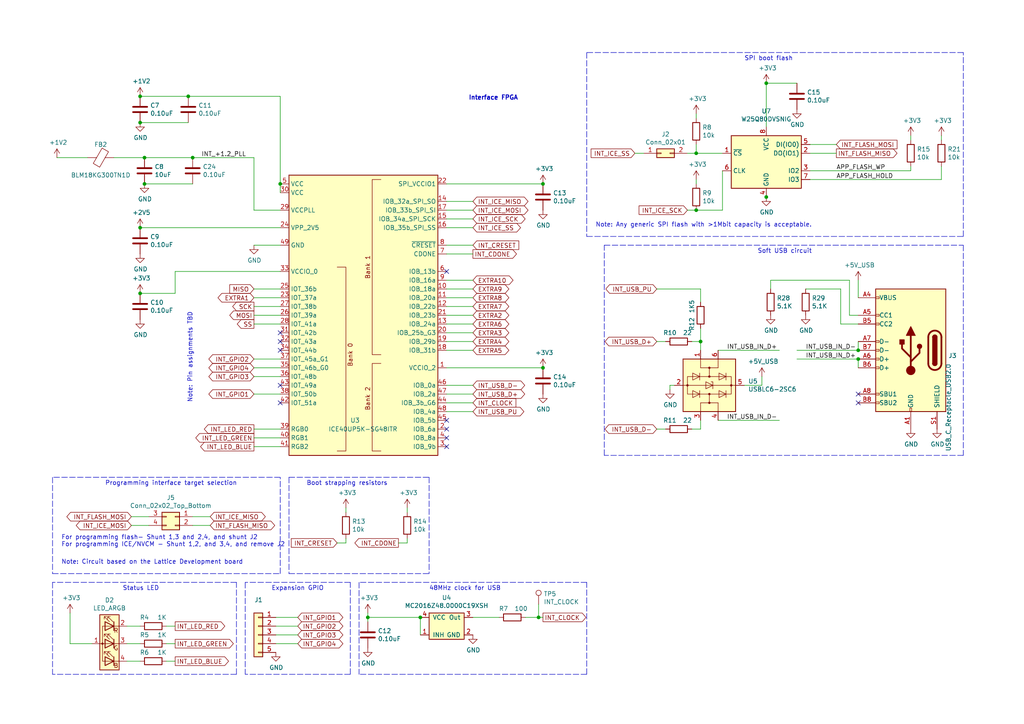
<source format=kicad_sch>
(kicad_sch (version 20211123) (generator eeschema)
  (paper "A4")
  (title_block (title "Interface FPGA") (date "2021-09-29") (rev "1") (company "Tillitis AB") (comment 1 "2022") (comment 2 "https://github.com/tillitis/tillitis-key1"))
  (lib_symbols
    (symbol "Connector:TestPoint" (pin_numbers hide) (pin_names (offset 0.762) hide)
      (property "Reference" "TP" (at 0 6.858 0))
      (property "Value" "TestPoint" (at 0 5.08 0))
      (symbol "TestPoint_1_1"
        (pin passive line (at 0 0 90) (length 2.54) (name "1") (number "1"))
      )
    )
    (symbol "Connector:USB_C_Receptacle_USB2.0" (pin_names (offset 1.016))
      (property "Reference" "J" (at -10.16 19.05 0))
      (property "Value" "USB_C_Receptacle_USB2.0" (at 19.05 19.05 0))
      (symbol "USB_C_Receptacle_USB2.0_1_1"
        (pin passive line (at 0 -22.86 90) (length 5.08) (name "GND") (number "A1"))
        (pin passive line (at 0 -22.86 90) (length 5.08) hide (name "GND") (number "A12"))
        (pin passive line (at 15.24 15.24 180) (length 5.08) (name "VBUS") (number "A4"))
        (pin bidirectional line (at 15.24 10.16 180) (length 5.08) (name "CC1") (number "A5"))
        (pin bidirectional line (at 15.24 -2.54 180) (length 5.08) (name "D+") (number "A6"))
        (pin bidirectional line (at 15.24 2.54 180) (length 5.08) (name "D-") (number "A7"))
        (pin bidirectional line (at 15.24 -12.7 180) (length 5.08) (name "SBU1") (number "A8"))
        (pin passive line (at 15.24 15.24 180) (length 5.08) hide (name "VBUS") (number "A9"))
        (pin passive line (at 0 -22.86 90) (length 5.08) hide (name "GND") (number "B1"))
        (pin passive line (at 0 -22.86 90) (length 5.08) hide (name "GND") (number "B12"))
        (pin passive line (at 15.24 15.24 180) (length 5.08) hide (name "VBUS") (number "B4"))
        (pin bidirectional line (at 15.24 7.62 180) (length 5.08) (name "CC2") (number "B5"))
        (pin bidirectional line (at 15.24 -5.08 180) (length 5.08) (name "D+") (number "B6"))
        (pin bidirectional line (at 15.24 0 180) (length 5.08) (name "D-") (number "B7"))
        (pin bidirectional line (at 15.24 -15.24 180) (length 5.08) (name "SBU2") (number "B8"))
        (pin passive line (at 15.24 15.24 180) (length 5.08) hide (name "VBUS") (number "B9"))
        (pin passive line (at -7.62 -22.86 90) (length 5.08) (name "SHIELD") (number "S1"))
      )
    )
    (symbol "Connector_Generic:Conn_01x05" (pin_names (offset 1.016) hide)
      (property "Reference" "J" (at 0 7.62 0))
      (property "Value" "Conn_01x05" (at 0 -7.62 0))
      (symbol "Conn_01x05_1_1"
        (pin passive line (at -5.08 5.08 0) (length 3.81) (name "Pin_1") (number "1"))
        (pin passive line (at -5.08 2.54 0) (length 3.81) (name "Pin_2") (number "2"))
        (pin passive line (at -5.08 0 0) (length 3.81) (name "Pin_3") (number "3"))
        (pin passive line (at -5.08 -2.54 0) (length 3.81) (name "Pin_4") (number "4"))
        (pin passive line (at -5.08 -5.08 0) (length 3.81) (name "Pin_5") (number "5"))
      )
    )
    (symbol "Connector_Generic:Conn_02x01" (pin_names (offset 1.016) hide)
      (property "Reference" "J" (at 1.27 2.54 0))
      (property "Value" "Conn_02x01" (at 1.27 -2.54 0))
      (symbol "Conn_02x01_1_1"
        (pin passive line (at -5.08 0 0) (length 3.81) (name "Pin_1") (number "1"))
        (pin passive line (at 7.62 0 180) (length 3.81) (name "Pin_2") (number "2"))
      )
    )
    (symbol "Connector_Generic:Conn_02x02_Top_Bottom" (pin_names (offset 1.016) hide)
      (property "Reference" "J" (at 1.27 2.54 0))
      (property "Value" "Conn_02x02_Top_Bottom" (at 1.27 -5.08 0))
      (symbol "Conn_02x02_Top_Bottom_1_1"
        (pin passive line (at -5.08 0 0) (length 3.81) (name "Pin_1") (number "1"))
        (pin passive line (at -5.08 -2.54 0) (length 3.81) (name "Pin_2") (number "2"))
        (pin passive line (at 7.62 0 180) (length 3.81) (name "Pin_3") (number "3"))
        (pin passive line (at 7.62 -2.54 180) (length 3.81) (name "Pin_4") (number "4"))
      )
    )
    (symbol "Device:C" (pin_numbers hide) (pin_names (offset 0.254))
      (property "Reference" "C" (at 0.635 2.54 0))
      (property "Value" "C" (at 0.635 -2.54 0))
      (symbol "C_1_1"
        (pin passive line (at 0 3.81 270) (length 2.794) (name "~") (number "1"))
        (pin passive line (at 0 -3.81 90) (length 2.794) (name "~") (number "2"))
      )
    )
    (symbol "Device:R" (pin_numbers hide) (pin_names (offset 0))
      (property "Reference" "R" (at 2.032 0 90))
      (property "Value" "R" (at 0 0 90))
      (symbol "R_1_1"
        (pin passive line (at 0 3.81 270) (length 1.27) (name "~") (number "1"))
        (pin passive line (at 0 -3.81 90) (length 1.27) (name "~") (number "2"))
      )
    )
    (symbol "Power_Protection:USBLC6-2SC6" (pin_names hide)
      (property "Reference" "U" (at 2.54 8.89 0))
      (property "Value" "USBLC6-2SC6" (at 2.54 -8.89 0))
      (symbol "USBLC6-2SC6_1_1"
        (pin passive line (at -10.16 -2.54 0) (length 2.54) (name "I/O1") (number "1"))
        (pin passive line (at 0 -10.16 90) (length 2.54) (name "GND") (number "2"))
        (pin passive line (at 10.16 -2.54 180) (length 2.54) (name "I/O2") (number "3"))
        (pin passive line (at 10.16 2.54 180) (length 2.54) (name "I/O2") (number "4"))
        (pin passive line (at 0 10.16 270) (length 2.54) (name "VBUS") (number "5"))
        (pin passive line (at -10.16 2.54 0) (length 2.54) (name "I/O1") (number "6"))
      )
    )
    (symbol "mta1:+5V_USB" (power) (pin_names (offset 0))
      (property "Value" "+5V_USB" (at 0 3.556 0))
      (symbol "+5V_USB_1_1"
        (pin power_in line (at 0 0 90) (length 0) hide (name "+5V_USB") (number "1"))
      )
    )
    (symbol "mta1:FC-B1010RGBT-HG" (pin_names (offset 0) hide)
      (property "Reference" "D" (at 0 9.398 0))
      (property "Value" "FC-B1010RGBT-HG" (at 0 -8.89 0))
      (symbol "FC-B1010RGBT-HG_0_0"
        (text "B" (at -1.905 -6.35 0) (effects (font (size 1.27 1.27))))
        (text "G" (at -1.905 -1.27 0) (effects (font (size 1.27 1.27))))
        (text "R" (at -1.905 3.81 0) (effects (font (size 1.27 1.27))))
      )
      (symbol "FC-B1010RGBT-HG_1_1"
        (pin passive line (at 5.08 0 180) (length 2.54) (name "A") (number "1"))
        (pin passive line (at -5.08 5.08 0) (length 2.54) (name "RK") (number "2"))
        (pin passive line (at -5.08 0 0) (length 2.54) (name "GK") (number "3"))
        (pin passive line (at -5.08 -5.08 0) (length 2.54) (name "BK") (number "4"))
      )
    )
    (symbol "mta1:Ferrite_Bead-Device" (pin_numbers hide) (pin_names (offset 0))
      (property "Reference" "FB" (at -3.81 0.635 90))
      (property "Value" "Ferrite_Bead-Device" (at 3.81 0 90))
      (symbol "Ferrite_Bead-Device_1_1"
        (pin passive line (at 0 3.81 270) (length 2.54) (name "~") (number "1"))
        (pin passive line (at 0 -3.81 90) (length 2.54) (name "~") (number "2"))
      )
    )
    (symbol "mta1:ICE40UP5K-SG48ITR"
      (property "Reference" "U" (at -24.13 -44.45 0))
      (property "Value" "ICE40UP5K-SG48ITR" (at -15.24 -46.99 0))
      (symbol "ICE40UP5K-SG48ITR_0_0"
        (text "Bank 0" (at -2.54 -11.43 900) (effects (font (size 1.27 1.27))))
        (text "Bank 1" (at 2.54 13.97 900) (effects (font (size 1.27 1.27))))
        (text "Bank 2" (at 2.54 -24.13 900) (effects (font (size 1.27 1.27))))
      )
      (symbol "ICE40UP5K-SG48ITR_1_1"
        (pin power_in line (at 25.4 -15.24 180) (length 2.54) (name "VCCIO_2") (number "1"))
        (pin bidirectional line (at 25.4 7.62 180) (length 2.54) (name "IOB_18a") (number "10"))
        (pin bidirectional line (at 25.4 5.08 180) (length 2.54) (name "IOB_20a") (number "11"))
        (pin bidirectional line (at 25.4 2.54 180) (length 2.54) (name "IOB_22b") (number "12"))
        (pin bidirectional line (at 25.4 -2.54 180) (length 2.54) (name "IOB_24a") (number "13"))
        (pin bidirectional line (at 25.4 33.02 180) (length 2.54) (name "IOB_32a_SPI_SO") (number "14"))
        (pin bidirectional line (at 25.4 27.94 180) (length 2.54) (name "IOB_34a_SPI_SCK") (number "15"))
        (pin bidirectional line (at 25.4 25.4 180) (length 2.54) (name "IOB_35b_SPI_SS") (number "16"))
        (pin bidirectional line (at 25.4 30.48 180) (length 2.54) (name "IOB_33b_SPI_SI") (number "17"))
        (pin bidirectional line (at 25.4 -10.16 180) (length 2.54) (name "IOB_31b") (number "18"))
        (pin bidirectional line (at 25.4 -7.62 180) (length 2.54) (name "IOB_29b") (number "19"))
        (pin bidirectional line (at 25.4 -33.02 180) (length 2.54) (name "IOB_6a") (number "2"))
        (pin bidirectional line (at 25.4 -5.08 180) (length 2.54) (name "IOB_25b_G3") (number "20"))
        (pin bidirectional line (at 25.4 0 180) (length 2.54) (name "IOB_23b") (number "21"))
        (pin power_in line (at 25.4 38.1 180) (length 2.54) (name "SPI_VCCIO1") (number "22"))
        (pin bidirectional line (at -22.86 5.08 0) (length 2.54) (name "IOT_37a") (number "23"))
        (pin power_in line (at -22.86 25.4 0) (length 2.54) (name "VPP_2V5") (number "24"))
        (pin bidirectional line (at -22.86 7.62 0) (length 2.54) (name "IOT_36b") (number "25"))
        (pin bidirectional line (at -22.86 0 0) (length 2.54) (name "IOT_39a") (number "26"))
        (pin bidirectional line (at -22.86 2.54 0) (length 2.54) (name "IOT_38b") (number "27"))
        (pin bidirectional line (at -22.86 -2.54 0) (length 2.54) (name "IOT_41a") (number "28"))
        (pin power_in line (at -22.86 30.48 0) (length 2.54) (name "VCCPLL") (number "29"))
        (pin bidirectional line (at 25.4 -38.1 180) (length 2.54) (name "IOB_9b") (number "3"))
        (pin power_in line (at -22.86 35.56 0) (length 2.54) (name "VCC") (number "30"))
        (pin bidirectional line (at -22.86 -5.08 0) (length 2.54) (name "IOT_42b") (number "31"))
        (pin bidirectional line (at -22.86 -7.62 0) (length 2.54) (name "IOT_43a") (number "32"))
        (pin power_in line (at -22.86 12.7 0) (length 2.54) (name "VCCIO_0") (number "33"))
        (pin bidirectional line (at -22.86 -10.16 0) (length 2.54) (name "IOT_44b") (number "34"))
        (pin bidirectional line (at -22.86 -15.24 0) (length 2.54) (name "IOT_46b_G0") (number "35"))
        (pin bidirectional line (at -22.86 -17.78 0) (length 2.54) (name "IOT_48b") (number "36"))
        (pin bidirectional line (at -22.86 -12.7 0) (length 2.54) (name "IOT_45a_G1") (number "37"))
        (pin bidirectional line (at -22.86 -22.86 0) (length 2.54) (name "IOT_50b") (number "38"))
        (pin open_collector line (at -22.86 -33.02 0) (length 2.54) (name "RGB0") (number "39"))
        (pin bidirectional line (at 25.4 -35.56 180) (length 2.54) (name "IOB_8a") (number "4"))
        (pin open_collector line (at -22.86 -35.56 0) (length 2.54) (name "RGB1") (number "40"))
        (pin open_collector line (at -22.86 -38.1 0) (length 2.54) (name "RGB2") (number "41"))
        (pin bidirectional line (at -22.86 -25.4 0) (length 2.54) (name "IOT_51a") (number "42"))
        (pin bidirectional line (at -22.86 -20.32 0) (length 2.54) (name "IOT_49a") (number "43"))
        (pin bidirectional line (at 25.4 -25.4 180) (length 2.54) (name "IOB_3b_G6") (number "44"))
        (pin bidirectional line (at 25.4 -30.48 180) (length 2.54) (name "IOB_5b") (number "45"))
        (pin bidirectional line (at 25.4 -20.32 180) (length 2.54) (name "IOB_0a") (number "46"))
        (pin bidirectional line (at 25.4 -22.86 180) (length 2.54) (name "IOB_2a") (number "47"))
        (pin bidirectional line (at 25.4 -27.94 180) (length 2.54) (name "IOB_4a") (number "48"))
        (pin power_in line (at -22.86 20.32 0) (length 2.54) (name "GND") (number "49"))
        (pin power_in line (at -22.86 38.1 0) (length 2.54) (name "VCC") (number "5"))
        (pin bidirectional line (at 25.4 12.7 180) (length 2.54) (name "IOB_13b") (number "6"))
        (pin open_collector line (at 25.4 17.78 180) (length 2.54) (name "CDONE") (number "7"))
        (pin input line (at 25.4 20.32 180) (length 2.54) (name "~{CRESET}") (number "8"))
        (pin bidirectional line (at 25.4 10.16 180) (length 2.54) (name "IOB_16a") (number "9"))
      )
    )
    (symbol "mta1:MC2016Z48.0000C19XSH" (pin_names (offset 1.016))
      (property "Reference" "U" (at -3.81 5.08 0))
      (property "Value" "MC2016Z48.0000C19XSH" (at 0 -6.35 0))
      (symbol "MC2016Z48.0000C19XSH_1_1"
        (pin input line (at -7.62 -2.54 0) (length 2.54) (name "INH") (number "1"))
        (pin power_in line (at 7.62 -2.54 180) (length 2.54) (name "GND") (number "2"))
        (pin output line (at 7.62 2.54 180) (length 2.54) (name "Out") (number "3"))
        (pin power_in line (at -7.62 2.54 0) (length 2.54) (name "VCC") (number "4"))
      )
    )
    (symbol "mta1:W25Q80DVSNIG"
      (property "Reference" "U" (at -8.89 8.89 0))
      (property "Value" "W25Q80DVSNIG" (at 7.62 8.89 0))
      (symbol "W25Q80DVSNIG_1_1"
        (pin input line (at -12.7 2.54 0) (length 2.54) (name "~{CS}") (number "1"))
        (pin bidirectional line (at 12.7 2.54 180) (length 2.54) (name "DO(IO1)") (number "2"))
        (pin bidirectional line (at 12.7 -2.54 180) (length 2.54) (name "IO2") (number "3"))
        (pin power_in line (at 0 -10.16 90) (length 2.54) (name "GND") (number "4"))
        (pin bidirectional line (at 12.7 5.08 180) (length 2.54) (name "DI(IO0)") (number "5"))
        (pin input line (at -12.7 -2.54 0) (length 2.54) (name "CLK") (number "6"))
        (pin bidirectional line (at 12.7 -5.08 180) (length 2.54) (name "IO3") (number "7"))
        (pin power_in line (at 0 10.16 270) (length 2.54) (name "VCC") (number "8"))
      )
    )
    (symbol "power:+1V2" (power) (pin_names (offset 0))
      (property "Value" "+1V2" (at 0 3.556 0))
      (symbol "+1V2_1_1"
        (pin power_in line (at 0 0 90) (length 0) hide (name "+1V2") (number "1"))
      )
    )
    (symbol "power:+2V5" (power) (pin_names (offset 0))
      (property "Value" "+2V5" (at 0 3.556 0))
      (symbol "+2V5_1_1"
        (pin power_in line (at 0 0 90) (length 0) hide (name "+2V5") (number "1"))
      )
    )
    (symbol "power:+3.3V" (power) (pin_names (offset 0))
      (property "Value" "+3.3V" (at 0 3.556 0))
      (symbol "+3.3V_1_1"
        (pin power_in line (at 0 0 90) (length 0) hide (name "+3V3") (number "1"))
      )
    )
    (symbol "power:GND" (power) (pin_names (offset 0))
      (property "Value" "GND" (at 0 -3.81 0))
      (symbol "GND_1_1"
        (pin power_in line (at 0 0 270) (length 0) hide (name "GND") (number "1"))
      )
    )
  )
  (junction (at 248.92 101.6))
  (junction (at 40.64 35.56))
  (junction (at 121.92 179.07))
  (junction (at 40.64 27.94))
  (junction (at 41.91 53.34))
  (junction (at 201.93 44.45))
  (junction (at 222.25 24.13))
  (junction (at 157.48 53.34))
  (junction (at 222.25 57.15))
  (junction (at 201.93 60.96))
  (junction (at 81.28 53.34))
  (junction (at 40.64 66.04))
  (junction (at 157.48 106.68))
  (junction (at 40.64 85.09))
  (junction (at 54.61 27.94))
  (junction (at 248.92 104.14))
  (junction (at 156.21 179.07))
  (junction (at 55.88 45.72))
  (junction (at 41.91 45.72))
  (junction (at 106.68 179.07))
  (junction (at 203.2 99.06))
  (no_connect (at 129.54 124.46))
  (no_connect (at 129.54 127))
  (no_connect (at 129.54 121.92))
  (no_connect (at 129.54 129.54))
  (no_connect (at 81.28 116.84))
  (no_connect (at 248.92 114.3))
  (no_connect (at 81.28 99.06))
  (no_connect (at 81.28 96.52))
  (no_connect (at 248.92 116.84))
  (no_connect (at 129.54 78.74))
  (no_connect (at 81.28 101.6))
  (no_connect (at 81.28 111.76))
  (wire (pts (xy 220.98 109.22) (xy 220.98 111.76)))
  (wire (pts (xy 264.16 39.37) (xy 264.16 40.64)))
  (polyline (pts (xy 68.58 195.58) (xy 68.58 168.91)))
  (polyline (pts (xy 101.6 195.58) (xy 101.6 168.91)))
  (wire (pts (xy 73.66 106.68) (xy 81.28 106.68)))
  (wire (pts (xy 81.28 55.88) (xy 81.28 53.34)))
  (wire (pts (xy 193.04 99.06) (xy 190.5 99.06)))
  (polyline (pts (xy 279.4 71.12) (xy 279.4 132.08)))
  (wire (pts (xy 106.68 180.34) (xy 106.68 179.07)))
  (polyline (pts (xy 68.58 168.91) (xy 15.24 168.91)))
  (wire (pts (xy 55.88 45.72) (xy 41.91 45.72)))
  (wire (pts (xy 73.66 114.3) (xy 81.28 114.3)))
  (wire (pts (xy 137.16 63.5) (xy 129.54 63.5)))
  (wire (pts (xy 242.57 41.91) (xy 234.95 41.91)))
  (wire (pts (xy 129.54 60.96) (xy 137.16 60.96)))
  (wire (pts (xy 273.05 48.26) (xy 273.05 52.07)))
  (wire (pts (xy 157.48 53.34) (xy 129.54 53.34)))
  (wire (pts (xy 80.01 184.15) (xy 86.36 184.15)))
  (wire (pts (xy 156.21 179.07) (xy 157.48 179.07)))
  (wire (pts (xy 48.26 191.77) (xy 50.8 191.77)))
  (wire (pts (xy 231.14 24.13) (xy 222.25 24.13)))
  (wire (pts (xy 129.54 111.76) (xy 137.16 111.76)))
  (wire (pts (xy 248.92 99.06) (xy 248.92 101.6)))
  (polyline (pts (xy 15.24 166.37) (xy 81.28 166.37)))
  (wire (pts (xy 73.66 129.54) (xy 81.28 129.54)))
  (wire (pts (xy 36.83 191.77) (xy 40.64 191.77)))
  (wire (pts (xy 73.66 109.22) (xy 81.28 109.22)))
  (wire (pts (xy 129.54 96.52) (xy 137.16 96.52)))
  (wire (pts (xy 121.92 179.07) (xy 106.68 179.07)))
  (polyline (pts (xy 15.24 168.91) (xy 15.24 195.58)))
  (wire (pts (xy 73.66 45.72) (xy 55.88 45.72)))
  (polyline (pts (xy 83.82 138.43) (xy 83.82 166.37)))
  (polyline (pts (xy 83.82 166.37) (xy 124.46 166.37)))
  (wire (pts (xy 195.58 111.76) (xy 194.31 111.76)))
  (wire (pts (xy 73.66 104.14) (xy 81.28 104.14)))
  (polyline (pts (xy 175.26 71.12) (xy 279.4 71.12)))
  (wire (pts (xy 209.55 44.45) (xy 201.93 44.45)))
  (polyline (pts (xy 279.4 132.08) (xy 175.26 132.08)))
  (wire (pts (xy 203.2 95.25) (xy 203.2 99.06)))
  (wire (pts (xy 203.2 124.46) (xy 200.66 124.46)))
  (polyline (pts (xy 279.4 68.58) (xy 279.4 15.24)))
  (polyline (pts (xy 71.12 168.91) (xy 71.12 195.58)))
  (wire (pts (xy 54.61 27.94) (xy 40.64 27.94)))
  (polyline (pts (xy 170.18 195.58) (xy 170.18 168.91)))
  (wire (pts (xy 243.84 93.98) (xy 248.92 93.98)))
  (wire (pts (xy 190.5 83.82) (xy 203.2 83.82)))
  (wire (pts (xy 152.4 179.07) (xy 156.21 179.07)))
  (wire (pts (xy 190.5 124.46) (xy 193.04 124.46)))
  (wire (pts (xy 129.54 93.98) (xy 137.16 93.98)))
  (wire (pts (xy 129.54 99.06) (xy 137.16 99.06)))
  (polyline (pts (xy 101.6 168.91) (xy 71.12 168.91)))
  (wire (pts (xy 264.16 49.53) (xy 234.95 49.53)))
  (wire (pts (xy 100.33 156.21) (xy 100.33 157.48)))
  (wire (pts (xy 118.11 147.32) (xy 118.11 148.59)))
  (wire (pts (xy 43.18 149.86) (xy 38.1 149.86)))
  (wire (pts (xy 81.28 27.94) (xy 81.28 53.34)))
  (wire (pts (xy 129.54 83.82) (xy 137.16 83.82)))
  (wire (pts (xy 73.66 45.72) (xy 73.66 60.96)))
  (polyline (pts (xy 170.18 168.91) (xy 104.14 168.91)))
  (wire (pts (xy 200.66 99.06) (xy 203.2 99.06)))
  (wire (pts (xy 36.83 181.61) (xy 40.64 181.61)))
  (wire (pts (xy 222.25 54.61) (xy 222.25 57.15)))
  (wire (pts (xy 73.66 83.82) (xy 81.28 83.82)))
  (wire (pts (xy 106.68 179.07) (xy 106.68 177.8)))
  (wire (pts (xy 248.92 86.36) (xy 248.92 81.28)))
  (wire (pts (xy 48.26 181.61) (xy 50.8 181.61)))
  (wire (pts (xy 186.69 44.45) (xy 184.15 44.45)))
  (wire (pts (xy 223.52 81.28) (xy 223.52 83.82)))
  (wire (pts (xy 129.54 116.84) (xy 137.16 116.84)))
  (wire (pts (xy 73.66 93.98) (xy 81.28 93.98)))
  (polyline (pts (xy 83.82 138.43) (xy 124.46 138.43)))
  (polyline (pts (xy 170.18 68.58) (xy 279.4 68.58)))
  (wire (pts (xy 246.38 81.28) (xy 223.52 81.28)))
  (polyline (pts (xy 175.26 132.08) (xy 175.26 71.12)))
  (wire (pts (xy 201.93 41.91) (xy 201.93 44.45)))
  (wire (pts (xy 144.78 179.07) (xy 137.16 179.07)))
  (polyline (pts (xy 170.18 15.24) (xy 170.18 68.58)))
  (wire (pts (xy 55.88 152.4) (xy 60.96 152.4)))
  (wire (pts (xy 208.28 101.6) (xy 226.06 101.6)))
  (wire (pts (xy 129.54 119.38) (xy 137.16 119.38)))
  (wire (pts (xy 203.2 121.92) (xy 203.2 124.46)))
  (wire (pts (xy 248.92 91.44) (xy 246.38 91.44)))
  (wire (pts (xy 234.95 52.07) (xy 273.05 52.07)))
  (wire (pts (xy 129.54 88.9) (xy 137.16 88.9)))
  (wire (pts (xy 73.66 124.46) (xy 81.28 124.46)))
  (polyline (pts (xy 81.28 138.43) (xy 15.24 138.43)))
  (wire (pts (xy 80.01 179.07) (xy 86.36 179.07)))
  (wire (pts (xy 203.2 99.06) (xy 203.2 101.6)))
  (wire (pts (xy 80.01 181.61) (xy 86.36 181.61)))
  (wire (pts (xy 26.67 186.69) (xy 20.32 186.69)))
  (wire (pts (xy 100.33 157.48) (xy 97.79 157.48)))
  (wire (pts (xy 234.95 44.45) (xy 242.57 44.45)))
  (wire (pts (xy 201.93 52.07) (xy 201.93 53.34)))
  (polyline (pts (xy 101.6 195.58) (xy 71.12 195.58)))
  (wire (pts (xy 73.66 91.44) (xy 81.28 91.44)))
  (wire (pts (xy 73.66 88.9) (xy 81.28 88.9)))
  (wire (pts (xy 137.16 73.66) (xy 129.54 73.66)))
  (wire (pts (xy 233.68 83.82) (xy 243.84 83.82)))
  (wire (pts (xy 220.98 111.76) (xy 215.9 111.76)))
  (wire (pts (xy 16.51 45.72) (xy 25.4 45.72)))
  (wire (pts (xy 73.66 127) (xy 81.28 127)))
  (wire (pts (xy 231.14 101.6) (xy 248.92 101.6)))
  (wire (pts (xy 81.28 71.12) (xy 73.66 71.12)))
  (wire (pts (xy 20.32 186.69) (xy 20.32 177.8)))
  (polyline (pts (xy 170.18 195.58) (xy 104.14 195.58)))
  (wire (pts (xy 273.05 39.37) (xy 273.05 40.64)))
  (wire (pts (xy 246.38 91.44) (xy 246.38 81.28)))
  (wire (pts (xy 81.28 60.96) (xy 73.66 60.96)))
  (wire (pts (xy 48.26 186.69) (xy 50.8 186.69)))
  (wire (pts (xy 73.66 86.36) (xy 81.28 86.36)))
  (wire (pts (xy 201.93 44.45) (xy 199.39 44.45)))
  (wire (pts (xy 33.02 45.72) (xy 41.91 45.72)))
  (polyline (pts (xy 104.14 168.91) (xy 104.14 195.58)))
  (wire (pts (xy 129.54 101.6) (xy 137.16 101.6)))
  (polyline (pts (xy 279.4 15.24) (xy 170.18 15.24)))
  (wire (pts (xy 55.88 53.34) (xy 41.91 53.34)))
  (wire (pts (xy 38.1 152.4) (xy 43.18 152.4)))
  (wire (pts (xy 40.64 66.04) (xy 81.28 66.04)))
  (wire (pts (xy 121.92 184.15) (xy 121.92 179.07)))
  (wire (pts (xy 243.84 83.82) (xy 243.84 93.98)))
  (wire (pts (xy 54.61 35.56) (xy 40.64 35.56)))
  (wire (pts (xy 201.93 33.02) (xy 201.93 34.29)))
  (polyline (pts (xy 81.28 166.37) (xy 81.28 138.43)))
  (wire (pts (xy 137.16 71.12) (xy 129.54 71.12)))
  (wire (pts (xy 209.55 60.96) (xy 201.93 60.96)))
  (polyline (pts (xy 15.24 138.43) (xy 15.24 166.37)))
  (polyline (pts (xy 68.58 195.58) (xy 15.24 195.58)))
  (wire (pts (xy 36.83 186.69) (xy 40.64 186.69)))
  (wire (pts (xy 115.57 157.48) (xy 118.11 157.48)))
  (wire (pts (xy 129.54 86.36) (xy 137.16 86.36)))
  (wire (pts (xy 80.01 186.69) (xy 86.36 186.69)))
  (wire (pts (xy 60.96 149.86) (xy 55.88 149.86)))
  (wire (pts (xy 40.64 85.09) (xy 50.8 85.09)))
  (wire (pts (xy 129.54 114.3) (xy 137.16 114.3)))
  (polyline (pts (xy 124.46 138.43) (xy 124.46 166.37)))
  (wire (pts (xy 264.16 48.26) (xy 264.16 49.53)))
  (wire (pts (xy 50.8 78.74) (xy 50.8 85.09)))
  (wire (pts (xy 226.06 121.92) (xy 208.28 121.92)))
  (wire (pts (xy 248.92 106.68) (xy 248.92 104.14)))
  (wire (pts (xy 194.31 111.76) (xy 194.31 113.03)))
  (wire (pts (xy 231.14 104.14) (xy 248.92 104.14)))
  (wire (pts (xy 129.54 81.28) (xy 137.16 81.28)))
  (wire (pts (xy 129.54 66.04) (xy 137.16 66.04)))
  (wire (pts (xy 118.11 156.21) (xy 118.11 157.48)))
  (wire (pts (xy 156.21 179.07) (xy 156.21 175.26)))
  (wire (pts (xy 201.93 60.96) (xy 199.39 60.96)))
  (wire (pts (xy 222.25 36.83) (xy 222.25 24.13)))
  (wire (pts (xy 81.28 27.94) (xy 54.61 27.94)))
  (wire (pts (xy 100.33 147.32) (xy 100.33 148.59)))
  (wire (pts (xy 129.54 106.68) (xy 157.48 106.68)))
  (wire (pts (xy 203.2 83.82) (xy 203.2 87.63)))
  (wire (pts (xy 209.55 60.96) (xy 209.55 49.53)))
  (wire (pts (xy 50.8 78.74) (xy 81.28 78.74)))
  (wire (pts (xy 137.16 58.42) (xy 129.54 58.42)))
  (wire (pts (xy 129.54 91.44) (xy 137.16 91.44)))
  (text "Expansion GPIO" (at 78.74 171.45 0) (effects (font (size 1.27 1.27)) (justify left bottom)))
  (text "48MHz clock for USB" (at 124.46 171.45 0) (effects (font (size 1.27 1.27)) (justify left bottom)))
  (text "Note: Any generic SPI flash with >1Mbit capacity is acceptable." (at 172.72 66.04 0) (effects (font (size 1.27 1.27)) (justify left bottom)))
  (text "Boot strapping resistors" (at 88.9 140.97 0) (effects (font (size 1.27 1.27)) (justify left bottom)))
  (text "Soft USB circuit" (at 219.71 73.66 0) (effects (font (size 1.27 1.27)) (justify left bottom)))
  (text "Note: Circuit based on the Lattice Development board" (at 17.78 163.83 0) (effects (font (size 1.27 1.27)) (justify left bottom)))
  (text "Status LED" (at 35.56 171.45 0) (effects (font (size 1.27 1.27)) (justify left bottom)))
  (text "Programming interface target selection" (at 30.48 140.97 0) (effects (font (size 1.27 1.27)) (justify left bottom)))
  (text "Interface FPGA" (at 135.89 29.21 0) (effects (font (size 1.27 1.27) (thickness 0.254) bold) (justify left bottom)))
  (text "Note: Pin assignments TBD" (at 55.88 116.84 90) (effects (font (size 1.27 1.27)) (justify left bottom)))
  (text "For programming flash- Shunt 1,3 and 2,4, and shunt J2\nFor programming ICE/NVCM - Shunt 1,2, and 3,4, and remove J2" (at 17.78 158.75 0) (effects (font (size 1.27 1.27)) (justify left bottom)))
  (text "SPI boot flash" (at 215.9 17.78 0) (effects (font (size 1.27 1.27)) (justify left bottom)))
  (label "INT_+1.2_PLL" (at 58.42 45.72 0))
  (label "INT_USB_IN_D+" (at 233.68 104.14 0))
  (label "INT_USB_IN_D-" (at 233.68 101.6 0))
  (label "APP_FLASH_WP" (at 242.57 49.53 0))
  (label "INT_USB_IN_D+" (at 210.82 101.6 0))
  (label "INT_USB_IN_D-" (at 210.82 121.92 0))
  (label "APP_FLASH_HOLD" (at 242.57 52.07 0))
  (global_label "INT_CRESET" (shape input) (at 137.16 71.12 0) (property "Intersheet References" "${INTERSHEET_REFS}" (effects hide)))
  (global_label "INT_GPIO4" (shape bidirectional) (at 86.36 186.69 0) (property "Intersheet References" "${INTERSHEET_REFS}" (effects hide)))
  (global_label "SS" (shape output) (at 73.66 93.98 180) (property "Intersheet References" "${INTERSHEET_REFS}" (effects hide)))
  (global_label "INT_LED_GREEN" (shape output) (at 73.66 127 180) (property "Intersheet References" "${INTERSHEET_REFS}" (effects hide)))
  (global_label "INT_USB_D-" (shape bidirectional) (at 190.5 124.46 180) (property "Intersheet References" "${INTERSHEET_REFS}" (effects hide)))
  (global_label "INT_CRESET" (shape input) (at 97.79 157.48 180) (property "Intersheet References" "${INTERSHEET_REFS}" (effects hide)))
  (global_label "INT_USB_D+" (shape bidirectional) (at 190.5 99.06 180) (property "Intersheet References" "${INTERSHEET_REFS}" (effects hide)))
  (global_label "INT_GPIO1" (shape bidirectional) (at 86.36 179.07 0) (property "Intersheet References" "${INTERSHEET_REFS}" (effects hide)))
  (global_label "INT_FLASH_MOSI" (shape bidirectional) (at 38.1 149.86 180) (property "Intersheet References" "${INTERSHEET_REFS}" (effects hide)))
  (global_label "INT_USB_PU" (shape bidirectional) (at 190.5 83.82 180) (property "Intersheet References" "${INTERSHEET_REFS}" (effects hide)))
  (global_label "EXTRA3" (shape bidirectional) (at 137.16 96.52 0) (property "Intersheet References" "${INTERSHEET_REFS}" (effects hide)))
  (global_label "INT_CDONE" (shape output) (at 115.57 157.48 180) (property "Intersheet References" "${INTERSHEET_REFS}" (effects hide)))
  (global_label "INT_LED_BLUE" (shape output) (at 73.66 129.54 180) (property "Intersheet References" "${INTERSHEET_REFS}" (effects hide)))
  (global_label "INT_ICE_SS" (shape bidirectional) (at 137.16 66.04 0) (property "Intersheet References" "${INTERSHEET_REFS}" (effects hide)))
  (global_label "INT_LED_RED" (shape output) (at 73.66 124.46 180) (property "Intersheet References" "${INTERSHEET_REFS}" (effects hide)))
  (global_label "EXTRA10" (shape bidirectional) (at 137.16 81.28 0) (property "Intersheet References" "${INTERSHEET_REFS}" (effects hide)))
  (global_label "INT_CLOCK" (shape output) (at 157.48 179.07 0) (property "Intersheet References" "${INTERSHEET_REFS}" (effects hide)))
  (global_label "INT_ICE_MISO" (shape bidirectional) (at 60.96 149.86 0) (property "Intersheet References" "${INTERSHEET_REFS}" (effects hide)))
  (global_label "INT_GPIO3" (shape bidirectional) (at 86.36 184.15 0) (property "Intersheet References" "${INTERSHEET_REFS}" (effects hide)))
  (global_label "EXTRA1" (shape bidirectional) (at 73.66 86.36 180) (property "Intersheet References" "${INTERSHEET_REFS}" (effects hide)))
  (global_label "INT_FLASH_MISO" (shape bidirectional) (at 60.96 152.4 0) (property "Intersheet References" "${INTERSHEET_REFS}" (effects hide)))
  (global_label "SCK" (shape output) (at 73.66 88.9 180) (property "Intersheet References" "${INTERSHEET_REFS}" (effects hide)))
  (global_label "INT_ICE_SS" (shape input) (at 184.15 44.45 180) (property "Intersheet References" "${INTERSHEET_REFS}" (effects hide)))
  (global_label "INT_GPIO2" (shape bidirectional) (at 86.36 181.61 0) (property "Intersheet References" "${INTERSHEET_REFS}" (effects hide)))
  (global_label "MISO" (shape input) (at 73.66 83.82 180) (property "Intersheet References" "${INTERSHEET_REFS}" (effects hide)))
  (global_label "INT_FLASH_MISO" (shape output) (at 242.57 44.45 0) (property "Intersheet References" "${INTERSHEET_REFS}" (effects hide)))
  (global_label "INT_ICE_MOSI" (shape bidirectional) (at 137.16 60.96 0) (property "Intersheet References" "${INTERSHEET_REFS}" (effects hide)))
  (global_label "INT_GPIO1" (shape bidirectional) (at 73.66 114.3 180) (property "Intersheet References" "${INTERSHEET_REFS}" (effects hide)))
  (global_label "INT_LED_BLUE" (shape output) (at 50.8 191.77 0) (property "Intersheet References" "${INTERSHEET_REFS}" (effects hide)))
  (global_label "INT_GPIO4" (shape bidirectional) (at 73.66 106.68 180) (property "Intersheet References" "${INTERSHEET_REFS}" (effects hide)))
  (global_label "EXTRA5" (shape bidirectional) (at 137.16 101.6 0) (property "Intersheet References" "${INTERSHEET_REFS}" (effects hide)))
  (global_label "INT_USB_D-" (shape bidirectional) (at 137.16 111.76 0) (property "Intersheet References" "${INTERSHEET_REFS}" (effects hide)))
  (global_label "INT_CLOCK" (shape input) (at 137.16 116.84 0) (property "Intersheet References" "${INTERSHEET_REFS}" (effects hide)))
  (global_label "INT_CDONE" (shape output) (at 137.16 73.66 0) (property "Intersheet References" "${INTERSHEET_REFS}" (effects hide)))
  (global_label "MOSI" (shape output) (at 73.66 91.44 180) (property "Intersheet References" "${INTERSHEET_REFS}" (effects hide)))
  (global_label "EXTRA8" (shape bidirectional) (at 137.16 86.36 0) (property "Intersheet References" "${INTERSHEET_REFS}" (effects hide)))
  (global_label "EXTRA7" (shape bidirectional) (at 137.16 88.9 0) (property "Intersheet References" "${INTERSHEET_REFS}" (effects hide)))
  (global_label "INT_FLASH_MOSI" (shape input) (at 242.57 41.91 0) (property "Intersheet References" "${INTERSHEET_REFS}" (effects hide)))
  (global_label "INT_ICE_SCK" (shape input) (at 199.39 60.96 180) (property "Intersheet References" "${INTERSHEET_REFS}" (effects hide)))
  (global_label "EXTRA2" (shape bidirectional) (at 137.16 91.44 0) (property "Intersheet References" "${INTERSHEET_REFS}" (effects hide)))
  (global_label "EXTRA4" (shape bidirectional) (at 137.16 99.06 0) (property "Intersheet References" "${INTERSHEET_REFS}" (effects hide)))
  (global_label "INT_ICE_MOSI" (shape bidirectional) (at 38.1 152.4 180) (property "Intersheet References" "${INTERSHEET_REFS}" (effects hide)))
  (global_label "INT_GPIO2" (shape bidirectional) (at 73.66 104.14 180) (property "Intersheet References" "${INTERSHEET_REFS}" (effects hide)))
  (global_label "INT_USB_PU" (shape bidirectional) (at 137.16 119.38 0) (property "Intersheet References" "${INTERSHEET_REFS}" (effects hide)))
  (global_label "INT_GPIO3" (shape bidirectional) (at 73.66 109.22 180) (property "Intersheet References" "${INTERSHEET_REFS}" (effects hide)))
  (global_label "INT_LED_GREEN" (shape output) (at 50.8 186.69 0) (property "Intersheet References" "${INTERSHEET_REFS}" (effects hide)))
  (global_label "EXTRA6" (shape bidirectional) (at 137.16 93.98 0) (property "Intersheet References" "${INTERSHEET_REFS}" (effects hide)))
  (global_label "INT_ICE_SCK" (shape bidirectional) (at 137.16 63.5 0) (property "Intersheet References" "${INTERSHEET_REFS}" (effects hide)))
  (global_label "INT_USB_D+" (shape bidirectional) (at 137.16 114.3 0) (property "Intersheet References" "${INTERSHEET_REFS}" (effects hide)))
  (global_label "INT_ICE_MISO" (shape bidirectional) (at 137.16 58.42 0) (property "Intersheet References" "${INTERSHEET_REFS}" (effects hide)))
  (global_label "EXTRA9" (shape bidirectional) (at 137.16 83.82 0) (property "Intersheet References" "${INTERSHEET_REFS}" (effects hide)))
  (global_label "INT_LED_RED" (shape output) (at 50.8 181.61 0) (property "Intersheet References" "${INTERSHEET_REFS}" (effects hide)))
  (symbol (lib_id "Device:C") (at 157.48 110.49 0) (unit 1)
    (property "Reference" "C14" (at 160.401 109.3216 0) (effects (justify left)))
    (property "Value" "0.10uF" (at 160.401 111.633 0) (effects (justify left)))
    (property "Footprint" "mta1:CAPC1005X06L" (effects hide))
  )
  (symbol (lib_id "Device:C") (at 40.64 31.75 0) (unit 1)
    (property "Reference" "C7" (at 43.561 30.5816 0) (effects (justify left)))
    (property "Value" "0.10uF" (at 43.561 32.893 0) (effects (justify left)))
    (property "Footprint" "mta1:CAPC1005X06L" (effects hide))
  )
  (symbol (lib_id "power:GND") (at 40.64 73.66 0) (unit 1)
    (property "Reference" "#GND013" (effects hide))
    (property "Value" "GND" (at 40.767 78.0542 0))
  )
  (symbol (lib_id "Device:C") (at 40.64 69.85 0) (unit 1)
    (property "Reference" "C9" (at 43.561 68.6816 0) (effects (justify left)))
    (property "Value" "0.10uF" (at 43.561 70.993 0) (effects (justify left)))
    (property "Footprint" "mta1:CAPC1005X06L" (effects hide))
  )
  (symbol (lib_id "Device:C") (at 54.61 31.75 0) (unit 1)
    (property "Reference" "C11" (at 57.531 30.5816 0) (effects (justify left)))
    (property "Value" "0.10uF" (at 57.531 32.893 0) (effects (justify left)))
    (property "Footprint" "mta1:CAPC1005X06L" (effects hide))
  )
  (symbol (lib_id "mta1:MC2016Z48.0000C19XSH") (at 129.54 181.61 0) (unit 1)
    (property "Reference" "U4" (at 129.54 173.355 0))
    (property "Value" "MC2016Z48.0000C19XSH" (at 129.54 175.6664 0))
    (property "Footprint" "mta1:MC2016Z" (effects hide))
  )
  (symbol (lib_id "Device:R") (at 44.45 186.69 270) (unit 1)
    (property "Reference" "R5" (at 41.91 184.15 90))
    (property "Value" "1K" (at 46.99 184.15 90))
    (property "Footprint" "mta1:ERJ2G(0402)_L" (effects hide))
  )
  (symbol (lib_id "Device:R") (at 44.45 191.77 270) (unit 1)
    (property "Reference" "R6" (at 41.91 189.23 90))
    (property "Value" "1K" (at 46.99 189.23 90))
    (property "Footprint" "mta1:ERJ2G(0402)_L" (effects hide))
  )
  (symbol (lib_id "Connector_Generic:Conn_01x05") (at 74.93 184.15 0) (mirror y) (unit 1)
    (property "Reference" "J1" (at 76.2 173.99 0) (effects (justify left)))
    (property "Value" " " (at 85.09 175.26 0) (effects (justify left)))
    (property "Footprint" "Connector_PinHeader_2.54mm:PinHeader_1x05_P2.54mm_Vertical" (effects hide))
  )
  (symbol (lib_id "power:GND") (at 157.48 114.3 0) (unit 1)
    (property "Reference" "#GND018" (effects hide))
    (property "Value" "GND" (at 157.607 118.6942 0))
  )
  (symbol (lib_id "power:GND") (at 157.48 60.96 0) (unit 1)
    (property "Reference" "#GND017" (effects hide))
    (property "Value" "GND" (at 157.607 65.3542 0))
  )
  (symbol (lib_id "Connector:USB_C_Receptacle_USB2.0") (at 264.16 101.6 0) (mirror y) (unit 1)
    (property "Reference" "J3" (at 275.082 103.1494 0) (effects (justify right)))
    (property "Value" "USB_C_Receptacle_USB2.0" (at 275.082 105.4608 90) (effects (justify right)))
    (property "Footprint" "Connector_USB:USB_C_Receptacle_HRO_TYPE-C-31-M-12" (effects hide))
    (property "Datasheet" "https://www.usb.org/sites/default/files/documents/usb_type-c.zip" (effects hide))
  )
  (symbol (lib_id "Device:R") (at 100.33 152.4 0) (unit 1)
    (property "Reference" "R13" (at 102.108 151.2316 0) (effects (justify left)))
    (property "Value" "10k" (at 102.108 153.543 0) (effects (justify left)))
    (property "Footprint" "mta1:ERJ2G(0402)_L" (effects hide))
  )
  (symbol (lib_id "Device:R") (at 118.11 152.4 0) (unit 1)
    (property "Reference" "R14" (at 119.888 151.2316 0) (effects (justify left)))
    (property "Value" "10k" (at 119.888 153.543 0) (effects (justify left)))
    (property "Footprint" "mta1:ERJ2G(0402)_L" (effects hide))
  )
  (symbol (lib_id "power:+3.3V") (at 118.11 147.32 0) (unit 1)
    (property "Reference" "#PWR0103" (effects hide))
    (property "Value" "+3.3V" (at 118.491 142.9258 0))
  )
  (symbol (lib_id "power:+3.3V") (at 100.33 147.32 0) (unit 1)
    (property "Reference" "#PWR0104" (effects hide))
    (property "Value" "+3.3V" (at 100.711 142.9258 0))
  )
  (symbol (lib_id "power:GND") (at 222.25 57.15 0) (unit 1)
    (property "Reference" "#PWR0105" (effects hide))
    (property "Value" "GND" (at 222.377 61.5442 0))
  )
  (symbol (lib_id "power:+3.3V") (at 222.25 24.13 0) (unit 1)
    (property "Reference" "#PWR0106" (effects hide))
    (property "Value" "+3.3V" (at 222.631 19.7358 0))
  )
  (symbol (lib_id "Device:C") (at 231.14 27.94 0) (unit 1)
    (property "Reference" "C15" (at 234.061 26.7716 0) (effects (justify left)))
    (property "Value" "0.10uF" (at 234.061 29.083 0) (effects (justify left)))
    (property "Footprint" "mta1:CAPC1005X06L" (effects hide))
  )
  (symbol (lib_id "power:GND") (at 231.14 31.75 0) (unit 1)
    (property "Reference" "#GND0102" (effects hide))
    (property "Value" "GND" (at 231.267 36.1442 0))
  )
  (symbol (lib_id "Device:R") (at 273.05 44.45 0) (unit 1)
    (property "Reference" "R21" (at 274.828 43.2816 0) (effects (justify left)))
    (property "Value" "10k" (at 274.828 45.593 0) (effects (justify left)))
    (property "Footprint" "mta1:ERJ2G(0402)_L" (effects hide))
  )
  (symbol (lib_id "power:+3.3V") (at 273.05 39.37 0) (unit 1)
    (property "Reference" "#PWR0107" (effects hide))
    (property "Value" "+3.3V" (at 273.431 34.9758 0))
  )
  (symbol (lib_id "Device:R") (at 264.16 44.45 0) (unit 1)
    (property "Reference" "R15" (at 265.938 43.2816 0) (effects (justify left)))
    (property "Value" "10k" (at 265.938 45.593 0) (effects (justify left)))
    (property "Footprint" "mta1:ERJ2G(0402)_L" (effects hide))
  )
  (symbol (lib_id "power:+3.3V") (at 264.16 39.37 0) (unit 1)
    (property "Reference" "#PWR0108" (effects hide))
    (property "Value" "+3.3V" (at 264.541 34.9758 0))
  )
  (symbol (lib_id "Device:R") (at 201.93 38.1 0) (unit 1)
    (property "Reference" "R8" (at 203.708 36.9316 0) (effects (justify left)))
    (property "Value" "10k" (at 203.708 39.243 0) (effects (justify left)))
    (property "Footprint" "mta1:ERJ2G(0402)_L" (effects hide))
  )
  (symbol (lib_id "power:+3.3V") (at 201.93 33.02 0) (unit 1)
    (property "Reference" "#PWR0109" (effects hide))
    (property "Value" "+3.3V" (at 202.311 28.6258 0))
  )
  (symbol (lib_id "Device:R") (at 201.93 57.15 0) (unit 1)
    (property "Reference" "R9" (at 203.708 55.9816 0) (effects (justify left)))
    (property "Value" "10k" (at 203.708 58.293 0) (effects (justify left)))
    (property "Footprint" "mta1:ERJ2G(0402)_L" (effects hide))
  )
  (symbol (lib_id "power:+3.3V") (at 201.93 52.07 0) (unit 1)
    (property "Reference" "#PWR0110" (effects hide))
    (property "Value" "+3.3V" (at 202.311 47.6758 0))
  )
  (symbol (lib_id "Connector_Generic:Conn_02x02_Top_Bottom") (at 50.8 149.86 0) (mirror y) (unit 1)
    (property "Reference" "J5" (at 49.53 144.3482 0))
    (property "Value" "Conn_02x02_Top_Bottom" (at 49.53 146.6596 0))
    (property "Footprint" "Connector_PinHeader_2.54mm:PinHeader_2x02_P2.54mm_Vertical" (effects hide))
  )
  (symbol (lib_id "Connector_Generic:Conn_02x01") (at 191.77 44.45 0) (unit 1)
    (property "Reference" "J2" (at 193.04 38.9382 0))
    (property "Value" "Conn_02x01" (at 193.04 41.2496 0))
    (property "Footprint" "Connector_PinHeader_2.54mm:PinHeader_1x02_P2.54mm_Vertical" (effects hide))
  )
  (symbol (lib_id "mta1:W25Q80DVSNIG") (at 222.25 46.99 0) (unit 1)
    (property "Reference" "U7" (at 222.25 32.2326 0))
    (property "Value" "W25Q80DVSNIG" (at 222.25 34.544 0))
    (property "Footprint" "Package_SO:SOIC-8_3.9x4.9mm_P1.27mm" (effects hide))
    (property "Datasheet" "https://www.winbond.com/resource-files/w25q80dv_revg_07212015.pdf" (effects hide))
  )
  (symbol (lib_id "power:+3.3V") (at 106.68 177.8 0) (unit 1)
    (property "Reference" "#PWR023" (effects hide))
    (property "Value" "+3.3V" (at 107.061 173.4058 0))
  )
  (symbol (lib_id "Device:C") (at 106.68 184.15 0) (unit 1)
    (property "Reference" "C12" (at 109.601 182.9816 0) (effects (justify left)))
    (property "Value" "0.10uF" (at 109.601 185.293 0) (effects (justify left)))
    (property "Footprint" "mta1:CAPC1005X06L" (effects hide))
  )
  (symbol (lib_id "power:GND") (at 106.68 187.96 0) (unit 1)
    (property "Reference" "#GND016" (effects hide))
    (property "Value" "GND" (at 106.807 192.3542 0))
  )
  (symbol (lib_id "power:GND") (at 137.16 184.15 0) (unit 1)
    (property "Reference" "#GND015" (effects hide))
    (property "Value" "GND" (at 137.287 188.5442 0))
  )
  (symbol (lib_id "Device:R") (at 148.59 179.07 270) (unit 1)
    (property "Reference" "R7" (at 146.05 176.53 90))
    (property "Value" "100" (at 151.13 176.53 90))
    (property "Footprint" "mta1:ERJ2G(0402)_L" (effects hide))
  )
  (symbol (lib_id "Device:C") (at 55.88 49.53 0) (unit 1)
    (property "Reference" "C24" (at 58.801 48.3616 0) (effects (justify left)))
    (property "Value" "0.10uF" (at 58.801 50.673 0) (effects (justify left)))
    (property "Footprint" "mta1:CAPC1005X06L" (effects hide))
  )
  (symbol (lib_id "power:GND") (at 41.91 53.34 0) (unit 1)
    (property "Reference" "#GND012" (effects hide))
    (property "Value" "GND" (at 42.037 57.7342 0))
  )
  (symbol (lib_id "mta1:Ferrite_Bead-Device") (at 29.21 45.72 270) (unit 1)
    (property "Reference" "FB2" (at 29.21 41.91 90))
    (property "Value" "BLM18KG300TN1D" (at 29.21 50.8 90))
    (property "Footprint" "mta1:Ferritbead_0603_1608Metric" (effects hide))
  )
  (symbol (lib_id "Device:C") (at 41.91 49.53 0) (unit 1)
    (property "Reference" "C8" (at 44.831 48.3616 0) (effects (justify left)))
    (property "Value" "10uF" (at 44.831 50.673 0) (effects (justify left)))
    (property "Footprint" "mta1:CAPC1608X09L" (effects hide))
  )
  (symbol (lib_id "power:+1V2") (at 16.51 45.72 0) (unit 1)
    (property "Reference" "#PWR017" (effects hide))
    (property "Value" "+1V2" (at 16.891 41.3258 0))
  )
  (symbol (lib_id "Connector:TestPoint") (at 156.21 175.26 0) (unit 1)
    (property "Reference" "TP5" (at 157.6832 172.2628 0) (effects (justify left)))
    (property "Value" "INT_CLOCK" (at 157.6832 174.5742 0) (effects (justify left)))
    (property "Footprint" "TestPoint:TestPoint_Pad_D1.0mm" (effects hide))
  )
  (symbol (lib_id "power:GND") (at 271.78 124.46 0) (unit 1)
    (property "Reference" "#GND029" (effects hide))
    (property "Value" "GND" (at 271.907 128.8542 0))
  )
  (symbol (lib_id "power:GND") (at 264.16 124.46 0) (unit 1)
    (property "Reference" "#GND021" (effects hide))
    (property "Value" "GND" (at 264.287 128.8542 0))
  )
  (symbol (lib_id "Device:R") (at 196.85 124.46 270) (unit 1)
    (property "Reference" "R11" (at 194.31 121.92 90))
    (property "Value" "22" (at 199.39 121.92 90))
    (property "Footprint" "mta1:ERJ2G(0402)_L" (effects hide))
  )
  (symbol (lib_id "Device:R") (at 196.85 99.06 270) (unit 1)
    (property "Reference" "R10" (at 194.31 96.52 90))
    (property "Value" "22" (at 199.39 96.52 90))
    (property "Footprint" "mta1:ERJ2G(0402)_L" (effects hide))
  )
  (symbol (lib_id "Device:R") (at 203.2 91.44 0) (unit 1)
    (property "Reference" "R12" (at 200.66 93.98 90))
    (property "Value" "1K5" (at 200.66 88.9 90))
    (property "Footprint" "mta1:ERJ2G(0402)_L" (effects hide))
  )
  (symbol (lib_id "Device:R") (at 223.52 87.63 0) (unit 1)
    (property "Reference" "R28" (at 225.298 86.4616 0) (effects (justify left)))
    (property "Value" "5.1K" (at 225.298 88.773 0) (effects (justify left)))
    (property "Footprint" "mta1:ERJ2G(0402)_L" (effects hide))
  )
  (symbol (lib_id "Device:R") (at 233.68 87.63 0) (unit 1)
    (property "Reference" "R29" (at 235.458 86.4616 0) (effects (justify left)))
    (property "Value" "5.1K" (at 235.458 88.773 0) (effects (justify left)))
    (property "Footprint" "mta1:ERJ2G(0402)_L" (effects hide))
  )
  (symbol (lib_id "power:GND") (at 223.52 91.44 0) (unit 1)
    (property "Reference" "#GND09" (effects hide))
    (property "Value" "GND" (at 223.647 95.8342 0))
  )
  (symbol (lib_id "power:GND") (at 233.68 91.44 0) (unit 1)
    (property "Reference" "#GND019" (effects hide))
    (property "Value" "GND" (at 233.807 95.8342 0))
  )
  (symbol (lib_id "Power_Protection:USBLC6-2SC6") (at 205.74 111.76 270) (unit 1)
    (property "Reference" "U5" (at 217.0176 110.5916 90) (effects (justify left)))
    (property "Value" "USBLC6-2SC6" (at 217.0176 112.903 90) (effects (justify left)))
    (property "Footprint" "Package_TO_SOT_SMD:SOT-23-6" (effects hide))
    (property "Datasheet" "https://www.st.com/resource/en/datasheet/usblc6-2.pdf" (effects hide))
  )
  (symbol (lib_id "power:GND") (at 194.31 113.03 0) (unit 1)
    (property "Reference" "#GND020" (effects hide))
    (property "Value" "GND" (at 194.437 117.4242 0))
  )
  (symbol (lib_id "mta1:ICE40UP5K-SG48ITR") (at 104.14 91.44 0) (unit 1)
    (property "Reference" "U3" (at 101.6 121.92 0) (effects (justify left)))
    (property "Value" "ICE40UP5K-SG48ITR" (at 95.25 124.46 0) (effects (justify left)))
    (property "Footprint" "Package_DFN_QFN:QFN-48-1EP_7x7mm_P0.5mm_EP5.6x5.6mm" (effects hide))
    (property "Datasheet" "http://www.latticesemi.com/Products/FPGAandCPLD/iCE40Ultra" (effects hide))
  )
  (symbol (lib_id "power:+2V5") (at 40.64 66.04 0) (unit 1)
    (property "Reference" "#PWR018" (effects hide))
    (property "Value" "+2V5" (at 41.021 61.6458 0))
  )
  (symbol (lib_id "power:+1V2") (at 40.64 27.94 0) (unit 1)
    (property "Reference" "#PWR016" (effects hide))
    (property "Value" "+1V2" (at 41.021 23.5458 0))
  )
  (symbol (lib_id "power:GND") (at 40.64 35.56 0) (unit 1)
    (property "Reference" "#GND011" (effects hide))
    (property "Value" "GND" (at 40.767 39.9542 0))
  )
  (symbol (lib_id "Device:C") (at 157.48 57.15 0) (unit 1)
    (property "Reference" "C13" (at 160.401 55.9816 0) (effects (justify left)))
    (property "Value" "0.10uF" (at 160.401 58.293 0) (effects (justify left)))
    (property "Footprint" "mta1:CAPC1005X06L" (effects hide))
  )
  (symbol (lib_id "Device:C") (at 40.64 88.9 0) (unit 1)
    (property "Reference" "C10" (at 43.561 87.7316 0) (effects (justify left)))
    (property "Value" "0.10uF" (at 43.561 90.043 0) (effects (justify left)))
    (property "Footprint" "mta1:CAPC1005X06L" (effects hide))
  )
  (symbol (lib_id "power:GND") (at 73.66 71.12 0) (unit 1)
    (property "Reference" "#PWR020" (effects hide))
    (property "Value" "GND" (at 73.787 75.5142 0))
  )
  (symbol (lib_id "mta1:FC-B1010RGBT-HG") (at 31.75 186.69 0) (mirror y) (unit 1)
    (property "Reference" "D2" (at 31.75 174.0662 0))
    (property "Value" "LED_ARGB" (at 31.75 176.3776 0))
    (property "Footprint" "mta1:0402rgb-1010" (effects hide))
  )
  (symbol (lib_id "Device:R") (at 44.45 181.61 270) (unit 1)
    (property "Reference" "R4" (at 41.91 179.07 90))
    (property "Value" "1K" (at 46.99 179.07 90))
    (property "Footprint" "mta1:ERJ2G(0402)_L" (effects hide))
  )
  (symbol (lib_id "power:+3.3V") (at 20.32 177.8 0) (unit 1)
    (property "Reference" "#PWR015" (effects hide))
    (property "Value" "+3.3V" (at 20.701 173.4058 0))
  )
  (symbol (lib_id "power:+3.3V") (at 157.48 53.34 0) (unit 1)
    (property "Reference" "#PWR024" (effects hide))
    (property "Value" "+3.3V" (at 157.861 48.9458 0))
  )
  (symbol (lib_id "power:+3.3V") (at 157.48 106.68 0) (unit 1)
    (property "Reference" "#PWR025" (effects hide))
    (property "Value" "+3.3V" (at 157.861 102.2858 0))
  )
  (symbol (lib_id "power:+3.3V") (at 40.64 85.09 0) (unit 1)
    (property "Reference" "#PWR019" (effects hide))
    (property "Value" "+3.3V" (at 41.021 80.6958 0))
  )
  (symbol (lib_id "power:GND") (at 80.01 189.23 0) (unit 1)
    (property "Reference" "#PWR021" (effects hide))
    (property "Value" "GND" (at 80.137 193.6242 0))
  )
  (symbol (lib_id "power:GND") (at 40.64 92.71 0) (unit 1)
    (property "Reference" "#GND014" (effects hide))
    (property "Value" "GND" (at 40.767 97.1042 0))
  )
  (symbol (lib_id "mta1:+5V_USB") (at 248.92 81.28 0) (unit 1)
    (property "Reference" "#PWR0111" (effects hide))
    (property "Value" "+5V_USB" (at 249.301 76.8858 0))
  )
  (symbol (lib_id "mta1:+5V_USB") (at 220.98 109.22 0) (unit 1)
    (property "Reference" "#PWR0112" (effects hide))
    (property "Value" "+5V_USB" (at 221.361 104.8258 0))
  )
)
</source>
